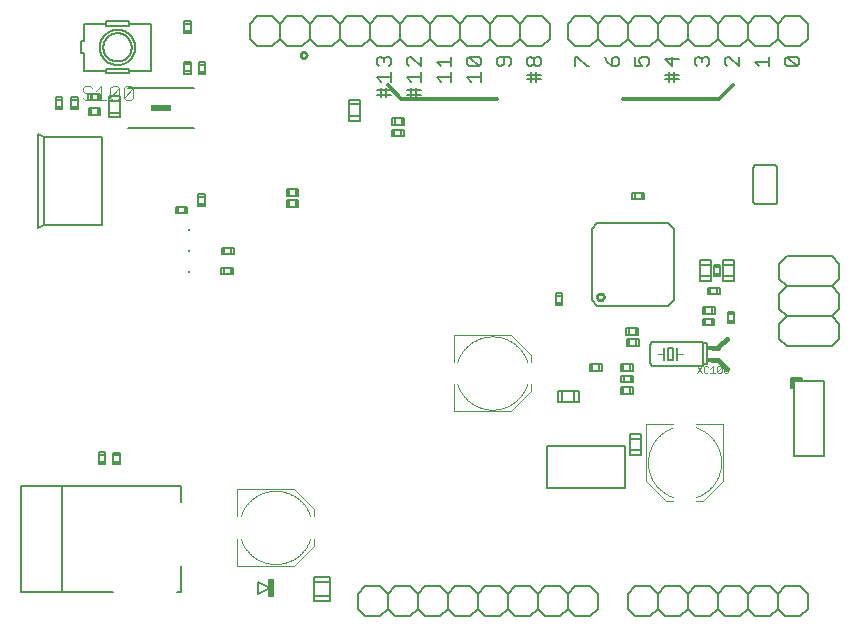
<source format=gto>
G75*
%MOIN*%
%OFA0B0*%
%FSLAX25Y25*%
%IPPOS*%
%LPD*%
%AMOC8*
5,1,8,0,0,1.08239X$1,22.5*
%
%ADD10C,0.01200*%
%ADD11C,0.01000*%
%ADD12C,0.00700*%
%ADD13C,0.00600*%
%ADD14C,0.00500*%
%ADD15C,0.00400*%
%ADD16C,0.00800*%
%ADD17C,0.01600*%
%ADD18C,0.00300*%
%ADD19R,0.02300X0.01600*%
%ADD20C,0.00200*%
%ADD21R,0.00787X0.00787*%
%ADD22R,0.07087X0.02362*%
%ADD23R,0.02400X0.06200*%
D10*
X0128260Y0181250D02*
X0123760Y0185750D01*
X0128260Y0181250D02*
X0160260Y0181250D01*
X0202260Y0181250D02*
X0234260Y0181250D01*
X0238760Y0185750D01*
D11*
X0193615Y0115123D02*
X0193617Y0115190D01*
X0193623Y0115256D01*
X0193633Y0115322D01*
X0193647Y0115387D01*
X0193664Y0115451D01*
X0193686Y0115514D01*
X0193711Y0115576D01*
X0193740Y0115636D01*
X0193773Y0115694D01*
X0193808Y0115750D01*
X0193848Y0115804D01*
X0193890Y0115855D01*
X0193935Y0115904D01*
X0193983Y0115950D01*
X0194034Y0115993D01*
X0194087Y0116033D01*
X0194143Y0116070D01*
X0194201Y0116103D01*
X0194260Y0116133D01*
X0194321Y0116159D01*
X0194384Y0116182D01*
X0194448Y0116200D01*
X0194513Y0116215D01*
X0194579Y0116226D01*
X0194645Y0116233D01*
X0194711Y0116236D01*
X0194778Y0116235D01*
X0194844Y0116230D01*
X0194910Y0116221D01*
X0194976Y0116208D01*
X0195040Y0116191D01*
X0195103Y0116171D01*
X0195165Y0116146D01*
X0195226Y0116118D01*
X0195285Y0116087D01*
X0195341Y0116052D01*
X0195396Y0116014D01*
X0195448Y0115972D01*
X0195497Y0115927D01*
X0195544Y0115880D01*
X0195588Y0115830D01*
X0195628Y0115777D01*
X0195666Y0115722D01*
X0195700Y0115665D01*
X0195731Y0115606D01*
X0195758Y0115545D01*
X0195781Y0115483D01*
X0195801Y0115419D01*
X0195817Y0115354D01*
X0195829Y0115289D01*
X0195837Y0115223D01*
X0195841Y0115156D01*
X0195841Y0115090D01*
X0195837Y0115023D01*
X0195829Y0114957D01*
X0195817Y0114892D01*
X0195801Y0114827D01*
X0195781Y0114763D01*
X0195758Y0114701D01*
X0195731Y0114640D01*
X0195700Y0114581D01*
X0195666Y0114524D01*
X0195628Y0114469D01*
X0195588Y0114416D01*
X0195544Y0114366D01*
X0195497Y0114319D01*
X0195448Y0114274D01*
X0195396Y0114232D01*
X0195341Y0114194D01*
X0195284Y0114159D01*
X0195226Y0114128D01*
X0195165Y0114100D01*
X0195103Y0114075D01*
X0195040Y0114055D01*
X0194976Y0114038D01*
X0194910Y0114025D01*
X0194844Y0114016D01*
X0194778Y0114011D01*
X0194711Y0114010D01*
X0194645Y0114013D01*
X0194579Y0114020D01*
X0194513Y0114031D01*
X0194448Y0114046D01*
X0194384Y0114064D01*
X0194321Y0114087D01*
X0194260Y0114113D01*
X0194201Y0114143D01*
X0194143Y0114176D01*
X0194087Y0114213D01*
X0194034Y0114253D01*
X0193983Y0114296D01*
X0193935Y0114342D01*
X0193890Y0114391D01*
X0193848Y0114442D01*
X0193808Y0114496D01*
X0193773Y0114552D01*
X0193740Y0114610D01*
X0193711Y0114670D01*
X0193686Y0114732D01*
X0193664Y0114795D01*
X0193647Y0114859D01*
X0193633Y0114924D01*
X0193623Y0114990D01*
X0193617Y0115056D01*
X0193615Y0115123D01*
X0094760Y0195750D02*
X0094762Y0195813D01*
X0094768Y0195875D01*
X0094778Y0195937D01*
X0094791Y0195999D01*
X0094809Y0196059D01*
X0094830Y0196118D01*
X0094855Y0196176D01*
X0094884Y0196232D01*
X0094916Y0196286D01*
X0094951Y0196338D01*
X0094989Y0196387D01*
X0095031Y0196435D01*
X0095075Y0196479D01*
X0095123Y0196521D01*
X0095172Y0196559D01*
X0095224Y0196594D01*
X0095278Y0196626D01*
X0095334Y0196655D01*
X0095392Y0196680D01*
X0095451Y0196701D01*
X0095511Y0196719D01*
X0095573Y0196732D01*
X0095635Y0196742D01*
X0095697Y0196748D01*
X0095760Y0196750D01*
X0095823Y0196748D01*
X0095885Y0196742D01*
X0095947Y0196732D01*
X0096009Y0196719D01*
X0096069Y0196701D01*
X0096128Y0196680D01*
X0096186Y0196655D01*
X0096242Y0196626D01*
X0096296Y0196594D01*
X0096348Y0196559D01*
X0096397Y0196521D01*
X0096445Y0196479D01*
X0096489Y0196435D01*
X0096531Y0196387D01*
X0096569Y0196338D01*
X0096604Y0196286D01*
X0096636Y0196232D01*
X0096665Y0196176D01*
X0096690Y0196118D01*
X0096711Y0196059D01*
X0096729Y0195999D01*
X0096742Y0195937D01*
X0096752Y0195875D01*
X0096758Y0195813D01*
X0096760Y0195750D01*
X0096758Y0195687D01*
X0096752Y0195625D01*
X0096742Y0195563D01*
X0096729Y0195501D01*
X0096711Y0195441D01*
X0096690Y0195382D01*
X0096665Y0195324D01*
X0096636Y0195268D01*
X0096604Y0195214D01*
X0096569Y0195162D01*
X0096531Y0195113D01*
X0096489Y0195065D01*
X0096445Y0195021D01*
X0096397Y0194979D01*
X0096348Y0194941D01*
X0096296Y0194906D01*
X0096242Y0194874D01*
X0096186Y0194845D01*
X0096128Y0194820D01*
X0096069Y0194799D01*
X0096009Y0194781D01*
X0095947Y0194768D01*
X0095885Y0194758D01*
X0095823Y0194752D01*
X0095760Y0194750D01*
X0095697Y0194752D01*
X0095635Y0194758D01*
X0095573Y0194768D01*
X0095511Y0194781D01*
X0095451Y0194799D01*
X0095392Y0194820D01*
X0095334Y0194845D01*
X0095278Y0194874D01*
X0095224Y0194906D01*
X0095172Y0194941D01*
X0095123Y0194979D01*
X0095075Y0195021D01*
X0095031Y0195065D01*
X0094989Y0195113D01*
X0094951Y0195162D01*
X0094916Y0195214D01*
X0094884Y0195268D01*
X0094855Y0195324D01*
X0094830Y0195382D01*
X0094809Y0195441D01*
X0094791Y0195501D01*
X0094778Y0195563D01*
X0094768Y0195625D01*
X0094762Y0195687D01*
X0094760Y0195750D01*
D12*
X0120106Y0194396D02*
X0120106Y0192761D01*
X0120923Y0191944D01*
X0122558Y0193578D02*
X0122558Y0194396D01*
X0123375Y0195213D01*
X0124192Y0195213D01*
X0125010Y0194396D01*
X0125010Y0192761D01*
X0124192Y0191944D01*
X0125010Y0190057D02*
X0125010Y0186787D01*
X0125010Y0188422D02*
X0120106Y0188422D01*
X0121740Y0186787D01*
X0121740Y0184900D02*
X0121740Y0184083D01*
X0121740Y0181631D01*
X0123375Y0181631D02*
X0123375Y0184900D01*
X0125010Y0184083D02*
X0120106Y0184083D01*
X0120106Y0182448D02*
X0125010Y0182448D01*
X0130106Y0182448D02*
X0135010Y0182448D01*
X0135010Y0184083D02*
X0130106Y0184083D01*
X0131740Y0184083D02*
X0131740Y0184900D01*
X0131740Y0184083D02*
X0131740Y0181631D01*
X0133375Y0181631D02*
X0133375Y0184900D01*
X0131740Y0186787D02*
X0130106Y0188422D01*
X0135010Y0188422D01*
X0135010Y0186787D02*
X0135010Y0190057D01*
X0135010Y0191944D02*
X0131740Y0195213D01*
X0130923Y0195213D01*
X0130106Y0194396D01*
X0130106Y0192761D01*
X0130923Y0191944D01*
X0135010Y0191944D02*
X0135010Y0195213D01*
X0140106Y0193578D02*
X0145010Y0193578D01*
X0145010Y0191944D02*
X0145010Y0195213D01*
X0141740Y0191944D02*
X0140106Y0193578D01*
X0140106Y0188422D02*
X0145010Y0188422D01*
X0145010Y0186787D02*
X0145010Y0190057D01*
X0141740Y0186787D02*
X0140106Y0188422D01*
X0150106Y0188422D02*
X0155010Y0188422D01*
X0155010Y0186787D02*
X0155010Y0190057D01*
X0154192Y0191944D02*
X0150923Y0195213D01*
X0154192Y0195213D01*
X0155010Y0194396D01*
X0155010Y0192761D01*
X0154192Y0191944D01*
X0150923Y0191944D01*
X0150106Y0192761D01*
X0150106Y0194396D01*
X0150923Y0195213D01*
X0150106Y0188422D02*
X0151740Y0186787D01*
X0160106Y0192761D02*
X0160923Y0191944D01*
X0161740Y0191944D01*
X0162558Y0192761D01*
X0162558Y0195213D01*
X0164192Y0195213D02*
X0160923Y0195213D01*
X0160106Y0194396D01*
X0160106Y0192761D01*
X0164192Y0191944D02*
X0165010Y0192761D01*
X0165010Y0194396D01*
X0164192Y0195213D01*
X0170106Y0194396D02*
X0170106Y0192761D01*
X0170923Y0191944D01*
X0171740Y0191944D01*
X0172558Y0192761D01*
X0172558Y0194396D01*
X0173375Y0195213D01*
X0174192Y0195213D01*
X0175010Y0194396D01*
X0175010Y0192761D01*
X0174192Y0191944D01*
X0173375Y0191944D01*
X0172558Y0192761D01*
X0172558Y0194396D02*
X0171740Y0195213D01*
X0170923Y0195213D01*
X0170106Y0194396D01*
X0171740Y0190057D02*
X0171740Y0189239D01*
X0171740Y0186787D01*
X0173375Y0186787D02*
X0173375Y0190057D01*
X0175010Y0189239D02*
X0170106Y0189239D01*
X0170106Y0187605D02*
X0175010Y0187605D01*
X0186106Y0191944D02*
X0186106Y0195213D01*
X0186923Y0195213D01*
X0190192Y0191944D01*
X0191010Y0191944D01*
X0196106Y0195213D02*
X0196923Y0193578D01*
X0198558Y0191944D01*
X0198558Y0194396D01*
X0199375Y0195213D01*
X0200192Y0195213D01*
X0201010Y0194396D01*
X0201010Y0192761D01*
X0200192Y0191944D01*
X0198558Y0191944D01*
X0206106Y0191944D02*
X0208558Y0191944D01*
X0207740Y0193578D01*
X0207740Y0194396D01*
X0208558Y0195213D01*
X0210192Y0195213D01*
X0211010Y0194396D01*
X0211010Y0192761D01*
X0210192Y0191944D01*
X0206106Y0191944D02*
X0206106Y0195213D01*
X0216106Y0194396D02*
X0218558Y0191944D01*
X0218558Y0195213D01*
X0221010Y0194396D02*
X0216106Y0194396D01*
X0217740Y0190057D02*
X0217740Y0189239D01*
X0217740Y0186787D01*
X0219375Y0186787D02*
X0219375Y0190057D01*
X0221010Y0189239D02*
X0216106Y0189239D01*
X0216106Y0187605D02*
X0221010Y0187605D01*
X0226106Y0192761D02*
X0226106Y0194396D01*
X0226923Y0195213D01*
X0227740Y0195213D01*
X0228558Y0194396D01*
X0229375Y0195213D01*
X0230192Y0195213D01*
X0231010Y0194396D01*
X0231010Y0192761D01*
X0230192Y0191944D01*
X0228558Y0193578D02*
X0228558Y0194396D01*
X0226923Y0191944D02*
X0226106Y0192761D01*
X0236106Y0192761D02*
X0236923Y0191944D01*
X0236106Y0192761D02*
X0236106Y0194396D01*
X0236923Y0195213D01*
X0237740Y0195213D01*
X0241010Y0191944D01*
X0241010Y0195213D01*
X0246106Y0193578D02*
X0251010Y0193578D01*
X0251010Y0191944D02*
X0251010Y0195213D01*
X0247740Y0191944D02*
X0246106Y0193578D01*
X0256106Y0192761D02*
X0256106Y0194396D01*
X0256923Y0195213D01*
X0260192Y0191944D01*
X0261010Y0192761D01*
X0261010Y0194396D01*
X0260192Y0195213D01*
X0256923Y0195213D01*
X0256106Y0192761D02*
X0256923Y0191944D01*
X0260192Y0191944D01*
X0122558Y0194396D02*
X0121740Y0195213D01*
X0120923Y0195213D01*
X0120106Y0194396D01*
D13*
X0120260Y0198750D02*
X0117760Y0201250D01*
X0115260Y0198750D01*
X0110260Y0198750D01*
X0107760Y0201250D01*
X0105260Y0198750D01*
X0100260Y0198750D01*
X0097760Y0201250D01*
X0097760Y0206250D01*
X0100260Y0208750D01*
X0105260Y0208750D01*
X0107760Y0206250D01*
X0110260Y0208750D01*
X0115260Y0208750D01*
X0117760Y0206250D01*
X0120260Y0208750D01*
X0125260Y0208750D01*
X0127760Y0206250D01*
X0130260Y0208750D01*
X0135260Y0208750D01*
X0137760Y0206250D01*
X0140260Y0208750D01*
X0145260Y0208750D01*
X0147760Y0206250D01*
X0150260Y0208750D01*
X0155260Y0208750D01*
X0157760Y0206250D01*
X0160260Y0208750D01*
X0165260Y0208750D01*
X0167760Y0206250D01*
X0170260Y0208750D01*
X0175260Y0208750D01*
X0177760Y0206250D01*
X0177760Y0201250D01*
X0175260Y0198750D01*
X0170260Y0198750D01*
X0167760Y0201250D01*
X0165260Y0198750D01*
X0160260Y0198750D01*
X0157760Y0201250D01*
X0157760Y0206250D01*
X0157760Y0201250D02*
X0155260Y0198750D01*
X0150260Y0198750D01*
X0147760Y0201250D01*
X0145260Y0198750D01*
X0140260Y0198750D01*
X0137760Y0201250D01*
X0135260Y0198750D01*
X0130260Y0198750D01*
X0127760Y0201250D01*
X0127760Y0206250D01*
X0127760Y0201250D02*
X0125260Y0198750D01*
X0120260Y0198750D01*
X0117760Y0201250D02*
X0117760Y0206250D01*
X0107760Y0206250D02*
X0107760Y0201250D01*
X0097760Y0201250D02*
X0095260Y0198750D01*
X0090260Y0198750D01*
X0087760Y0201250D01*
X0085260Y0198750D01*
X0080260Y0198750D01*
X0077760Y0201250D01*
X0077760Y0206250D01*
X0080260Y0208750D01*
X0085260Y0208750D01*
X0087760Y0206250D01*
X0090260Y0208750D01*
X0095260Y0208750D01*
X0097760Y0206250D01*
X0087760Y0206250D02*
X0087760Y0201250D01*
X0137760Y0201250D02*
X0137760Y0206250D01*
X0147760Y0206250D02*
X0147760Y0201250D01*
X0167760Y0201250D02*
X0167760Y0206250D01*
X0183760Y0206250D02*
X0183760Y0201250D01*
X0186260Y0198750D01*
X0191260Y0198750D01*
X0193760Y0201250D01*
X0193760Y0206250D01*
X0191260Y0208750D01*
X0186260Y0208750D01*
X0183760Y0206250D01*
X0193760Y0206250D02*
X0196260Y0208750D01*
X0201260Y0208750D01*
X0203760Y0206250D01*
X0206260Y0208750D01*
X0211260Y0208750D01*
X0213760Y0206250D01*
X0216260Y0208750D01*
X0221260Y0208750D01*
X0223760Y0206250D01*
X0226260Y0208750D01*
X0231260Y0208750D01*
X0233760Y0206250D01*
X0236260Y0208750D01*
X0241260Y0208750D01*
X0243760Y0206250D01*
X0246260Y0208750D01*
X0251260Y0208750D01*
X0253760Y0206250D01*
X0256260Y0208750D01*
X0261260Y0208750D01*
X0263760Y0206250D01*
X0263760Y0201250D01*
X0261260Y0198750D01*
X0256260Y0198750D01*
X0253760Y0201250D01*
X0251260Y0198750D01*
X0246260Y0198750D01*
X0243760Y0201250D01*
X0243760Y0206250D01*
X0243760Y0201250D02*
X0241260Y0198750D01*
X0236260Y0198750D01*
X0233760Y0201250D01*
X0231260Y0198750D01*
X0226260Y0198750D01*
X0223760Y0201250D01*
X0221260Y0198750D01*
X0216260Y0198750D01*
X0213760Y0201250D01*
X0213760Y0206250D01*
X0213760Y0201250D02*
X0211260Y0198750D01*
X0206260Y0198750D01*
X0203760Y0201250D01*
X0201260Y0198750D01*
X0196260Y0198750D01*
X0193760Y0201250D01*
X0203760Y0201250D02*
X0203760Y0206250D01*
X0223760Y0206250D02*
X0223760Y0201250D01*
X0233760Y0201250D02*
X0233760Y0206250D01*
X0253760Y0206250D02*
X0253760Y0201250D01*
X0252660Y0159150D02*
X0246660Y0159150D01*
X0246600Y0159148D01*
X0246539Y0159143D01*
X0246480Y0159134D01*
X0246421Y0159121D01*
X0246362Y0159105D01*
X0246305Y0159085D01*
X0246250Y0159062D01*
X0246195Y0159035D01*
X0246143Y0159006D01*
X0246092Y0158973D01*
X0246043Y0158937D01*
X0245997Y0158899D01*
X0245953Y0158857D01*
X0245911Y0158813D01*
X0245873Y0158767D01*
X0245837Y0158718D01*
X0245804Y0158667D01*
X0245775Y0158615D01*
X0245748Y0158560D01*
X0245725Y0158505D01*
X0245705Y0158448D01*
X0245689Y0158389D01*
X0245676Y0158330D01*
X0245667Y0158271D01*
X0245662Y0158210D01*
X0245660Y0158150D01*
X0245660Y0147150D01*
X0245662Y0147090D01*
X0245667Y0147029D01*
X0245676Y0146970D01*
X0245689Y0146911D01*
X0245705Y0146852D01*
X0245725Y0146795D01*
X0245748Y0146740D01*
X0245775Y0146685D01*
X0245804Y0146633D01*
X0245837Y0146582D01*
X0245873Y0146533D01*
X0245911Y0146487D01*
X0245953Y0146443D01*
X0245997Y0146401D01*
X0246043Y0146363D01*
X0246092Y0146327D01*
X0246143Y0146294D01*
X0246195Y0146265D01*
X0246250Y0146238D01*
X0246305Y0146215D01*
X0246362Y0146195D01*
X0246421Y0146179D01*
X0246480Y0146166D01*
X0246539Y0146157D01*
X0246600Y0146152D01*
X0246660Y0146150D01*
X0252660Y0146150D01*
X0252720Y0146152D01*
X0252781Y0146157D01*
X0252840Y0146166D01*
X0252899Y0146179D01*
X0252958Y0146195D01*
X0253015Y0146215D01*
X0253070Y0146238D01*
X0253125Y0146265D01*
X0253177Y0146294D01*
X0253228Y0146327D01*
X0253277Y0146363D01*
X0253323Y0146401D01*
X0253367Y0146443D01*
X0253409Y0146487D01*
X0253447Y0146533D01*
X0253483Y0146582D01*
X0253516Y0146633D01*
X0253545Y0146685D01*
X0253572Y0146740D01*
X0253595Y0146795D01*
X0253615Y0146852D01*
X0253631Y0146911D01*
X0253644Y0146970D01*
X0253653Y0147029D01*
X0253658Y0147090D01*
X0253660Y0147150D01*
X0253660Y0158150D01*
X0253658Y0158210D01*
X0253653Y0158271D01*
X0253644Y0158330D01*
X0253631Y0158389D01*
X0253615Y0158448D01*
X0253595Y0158505D01*
X0253572Y0158560D01*
X0253545Y0158615D01*
X0253516Y0158667D01*
X0253483Y0158718D01*
X0253447Y0158767D01*
X0253409Y0158813D01*
X0253367Y0158857D01*
X0253323Y0158899D01*
X0253277Y0158937D01*
X0253228Y0158973D01*
X0253177Y0159006D01*
X0253125Y0159035D01*
X0253070Y0159062D01*
X0253015Y0159085D01*
X0252958Y0159105D01*
X0252899Y0159121D01*
X0252840Y0159134D01*
X0252781Y0159143D01*
X0252720Y0159148D01*
X0252660Y0159150D01*
X0256760Y0128750D02*
X0271760Y0128750D01*
X0274260Y0126250D01*
X0274260Y0121250D01*
X0271760Y0118750D01*
X0256760Y0118750D01*
X0254260Y0116250D01*
X0254260Y0111250D01*
X0256760Y0108750D01*
X0254260Y0106250D01*
X0254260Y0101250D01*
X0256760Y0098750D01*
X0271760Y0098750D01*
X0274260Y0101250D01*
X0274260Y0106250D01*
X0271760Y0108750D01*
X0256760Y0108750D01*
X0256760Y0118750D02*
X0254260Y0121250D01*
X0254260Y0126250D01*
X0256760Y0128750D01*
X0271760Y0118750D02*
X0274260Y0116250D01*
X0274260Y0111250D01*
X0271760Y0108750D01*
X0261260Y0018750D02*
X0256260Y0018750D01*
X0253760Y0016250D01*
X0253760Y0011250D01*
X0251260Y0008750D01*
X0246260Y0008750D01*
X0243760Y0011250D01*
X0241260Y0008750D01*
X0236260Y0008750D01*
X0233760Y0011250D01*
X0231260Y0008750D01*
X0226260Y0008750D01*
X0223760Y0011250D01*
X0221260Y0008750D01*
X0216260Y0008750D01*
X0213760Y0011250D01*
X0211260Y0008750D01*
X0206260Y0008750D01*
X0203760Y0011250D01*
X0203760Y0016250D01*
X0206260Y0018750D01*
X0211260Y0018750D01*
X0213760Y0016250D01*
X0216260Y0018750D01*
X0221260Y0018750D01*
X0223760Y0016250D01*
X0223760Y0011250D01*
X0223760Y0016250D02*
X0226260Y0018750D01*
X0231260Y0018750D01*
X0233760Y0016250D01*
X0236260Y0018750D01*
X0241260Y0018750D01*
X0243760Y0016250D01*
X0246260Y0018750D01*
X0251260Y0018750D01*
X0253760Y0016250D01*
X0253760Y0011250D02*
X0256260Y0008750D01*
X0261260Y0008750D01*
X0263760Y0011250D01*
X0263760Y0016250D01*
X0261260Y0018750D01*
X0243760Y0016250D02*
X0243760Y0011250D01*
X0233760Y0011250D02*
X0233760Y0016250D01*
X0213760Y0016250D02*
X0213760Y0011250D01*
X0193760Y0011250D02*
X0191260Y0008750D01*
X0186260Y0008750D01*
X0183760Y0011250D01*
X0181260Y0008750D01*
X0176260Y0008750D01*
X0173760Y0011250D01*
X0171260Y0008750D01*
X0166260Y0008750D01*
X0163760Y0011250D01*
X0161260Y0008750D01*
X0156260Y0008750D01*
X0153760Y0011250D01*
X0151260Y0008750D01*
X0146260Y0008750D01*
X0143760Y0011250D01*
X0141260Y0008750D01*
X0136260Y0008750D01*
X0133760Y0011250D01*
X0131260Y0008750D01*
X0126260Y0008750D01*
X0123760Y0011250D01*
X0121260Y0008750D01*
X0116260Y0008750D01*
X0113760Y0011250D01*
X0113760Y0016250D01*
X0116260Y0018750D01*
X0121260Y0018750D01*
X0123760Y0016250D01*
X0126260Y0018750D01*
X0131260Y0018750D01*
X0133760Y0016250D01*
X0133760Y0011250D01*
X0133760Y0016250D02*
X0136260Y0018750D01*
X0141260Y0018750D01*
X0143760Y0016250D01*
X0146260Y0018750D01*
X0151260Y0018750D01*
X0153760Y0016250D01*
X0156260Y0018750D01*
X0161260Y0018750D01*
X0163760Y0016250D01*
X0163760Y0011250D01*
X0163760Y0016250D02*
X0166260Y0018750D01*
X0171260Y0018750D01*
X0173760Y0016250D01*
X0176260Y0018750D01*
X0181260Y0018750D01*
X0183760Y0016250D01*
X0186260Y0018750D01*
X0191260Y0018750D01*
X0193760Y0016250D01*
X0193760Y0011250D01*
X0183760Y0011250D02*
X0183760Y0016250D01*
X0173760Y0016250D02*
X0173760Y0011250D01*
X0153760Y0011250D02*
X0153760Y0016250D01*
X0143760Y0016250D02*
X0143760Y0011250D01*
X0123760Y0011250D02*
X0123760Y0016250D01*
D14*
X0032260Y0016750D02*
X0001660Y0016750D01*
X0001660Y0052150D01*
X0015360Y0052150D01*
X0015360Y0016850D01*
X0053510Y0016750D02*
X0054760Y0016750D01*
X0054760Y0025500D01*
X0054760Y0046750D02*
X0054760Y0052150D01*
X0015360Y0052150D01*
X0027477Y0059381D02*
X0027477Y0060169D01*
X0029643Y0060169D01*
X0029643Y0062531D01*
X0027477Y0062531D01*
X0027477Y0063319D01*
X0029643Y0063319D01*
X0029643Y0062531D01*
X0027477Y0062531D02*
X0027477Y0060169D01*
X0027477Y0059381D02*
X0029643Y0059381D01*
X0029643Y0060169D01*
X0032277Y0060069D02*
X0032277Y0062431D01*
X0034443Y0062431D01*
X0034443Y0060069D01*
X0032277Y0060069D01*
X0032277Y0059281D01*
X0034443Y0059281D01*
X0034443Y0060069D01*
X0034443Y0062431D02*
X0034443Y0063219D01*
X0032277Y0063219D01*
X0032277Y0062431D01*
X0099287Y0021754D02*
X0099287Y0020179D01*
X0104602Y0020179D01*
X0104602Y0021754D01*
X0099287Y0021754D01*
X0099287Y0020179D02*
X0099287Y0015455D01*
X0104602Y0015455D01*
X0104602Y0020179D01*
X0104602Y0015455D02*
X0104602Y0013880D01*
X0099287Y0013880D01*
X0099287Y0015455D01*
X0177013Y0051422D02*
X0202817Y0051422D01*
X0202817Y0065422D01*
X0177013Y0065422D01*
X0177013Y0051422D01*
X0204539Y0062360D02*
X0208083Y0062360D01*
X0208083Y0063935D01*
X0204539Y0063935D01*
X0204539Y0062360D01*
X0204539Y0063935D02*
X0204539Y0067872D01*
X0208083Y0067872D01*
X0208083Y0063935D01*
X0208083Y0067872D02*
X0208083Y0069447D01*
X0204539Y0069447D01*
X0204539Y0067872D01*
X0187547Y0080256D02*
X0187547Y0083800D01*
X0185972Y0083800D01*
X0185972Y0080256D01*
X0187547Y0080256D01*
X0185972Y0080256D02*
X0182035Y0080256D01*
X0182035Y0083800D01*
X0185972Y0083800D01*
X0182035Y0083800D02*
X0180461Y0083800D01*
X0180461Y0080256D01*
X0182035Y0080256D01*
X0191191Y0090444D02*
X0191979Y0090444D01*
X0191979Y0092609D01*
X0194341Y0092609D01*
X0194341Y0090444D01*
X0195128Y0090444D01*
X0195128Y0092609D01*
X0194341Y0092609D01*
X0194341Y0090444D02*
X0191979Y0090444D01*
X0191191Y0090444D02*
X0191191Y0092609D01*
X0191979Y0092609D01*
X0201591Y0092609D02*
X0201591Y0090444D01*
X0202379Y0090444D01*
X0202379Y0092609D01*
X0201591Y0092609D01*
X0202379Y0092609D02*
X0204741Y0092609D01*
X0204741Y0090444D01*
X0202379Y0090444D01*
X0202476Y0088814D02*
X0202476Y0086648D01*
X0201688Y0086648D01*
X0201688Y0088814D01*
X0202476Y0088814D01*
X0204838Y0088814D01*
X0204838Y0086648D01*
X0202476Y0086648D01*
X0202379Y0085017D02*
X0201591Y0085017D01*
X0201591Y0082852D01*
X0202379Y0082852D01*
X0202379Y0085017D01*
X0204741Y0085017D01*
X0204741Y0082852D01*
X0205528Y0082852D01*
X0205528Y0085017D01*
X0204741Y0085017D01*
X0204838Y0086648D02*
X0205625Y0086648D01*
X0205625Y0088814D01*
X0204838Y0088814D01*
X0204741Y0090444D02*
X0205528Y0090444D01*
X0205528Y0092609D01*
X0204741Y0092609D01*
X0204268Y0098833D02*
X0204268Y0100998D01*
X0203480Y0100998D01*
X0203480Y0098833D01*
X0204268Y0098833D01*
X0206630Y0098833D01*
X0206630Y0100998D01*
X0204268Y0100998D01*
X0204168Y0102542D02*
X0204168Y0104707D01*
X0203380Y0104707D01*
X0203380Y0102542D01*
X0204168Y0102542D01*
X0206530Y0102542D01*
X0206530Y0104707D01*
X0204168Y0104707D01*
X0206530Y0104707D02*
X0207317Y0104707D01*
X0207317Y0102542D01*
X0206530Y0102542D01*
X0206630Y0100998D02*
X0207417Y0100998D01*
X0207417Y0098833D01*
X0206630Y0098833D01*
X0211376Y0099207D02*
X0211376Y0093207D01*
X0211378Y0093147D01*
X0211383Y0093086D01*
X0211392Y0093027D01*
X0211405Y0092968D01*
X0211421Y0092909D01*
X0211441Y0092852D01*
X0211464Y0092797D01*
X0211491Y0092742D01*
X0211520Y0092690D01*
X0211553Y0092639D01*
X0211589Y0092590D01*
X0211627Y0092544D01*
X0211669Y0092500D01*
X0211713Y0092458D01*
X0211759Y0092420D01*
X0211808Y0092384D01*
X0211859Y0092351D01*
X0211911Y0092322D01*
X0211966Y0092295D01*
X0212021Y0092272D01*
X0212078Y0092252D01*
X0212137Y0092236D01*
X0212196Y0092223D01*
X0212255Y0092214D01*
X0212316Y0092209D01*
X0212376Y0092207D01*
X0228876Y0092207D01*
X0228876Y0092707D01*
X0228876Y0099707D01*
X0228876Y0100207D01*
X0212376Y0100207D01*
X0212316Y0100205D01*
X0212255Y0100200D01*
X0212196Y0100191D01*
X0212137Y0100178D01*
X0212078Y0100162D01*
X0212021Y0100142D01*
X0211966Y0100119D01*
X0211911Y0100092D01*
X0211859Y0100063D01*
X0211808Y0100030D01*
X0211759Y0099994D01*
X0211713Y0099956D01*
X0211669Y0099914D01*
X0211627Y0099870D01*
X0211589Y0099824D01*
X0211553Y0099775D01*
X0211520Y0099724D01*
X0211491Y0099672D01*
X0211464Y0099617D01*
X0211441Y0099562D01*
X0211421Y0099505D01*
X0211405Y0099446D01*
X0211392Y0099387D01*
X0211383Y0099328D01*
X0211378Y0099267D01*
X0211376Y0099207D01*
X0215876Y0098207D02*
X0215876Y0096207D01*
X0215876Y0094207D01*
X0217376Y0094207D02*
X0217376Y0098207D01*
X0218876Y0098207D01*
X0218876Y0094207D01*
X0217376Y0094207D01*
X0220376Y0094207D02*
X0220376Y0096207D01*
X0220376Y0098207D01*
X0228876Y0099707D02*
X0230376Y0099707D01*
X0230376Y0092707D01*
X0228876Y0092707D01*
X0228791Y0105675D02*
X0229579Y0105675D01*
X0229579Y0107841D01*
X0231941Y0107841D01*
X0231941Y0105675D01*
X0232728Y0105675D01*
X0232728Y0107841D01*
X0231941Y0107841D01*
X0232041Y0109475D02*
X0232041Y0111641D01*
X0232828Y0111641D01*
X0232828Y0109475D01*
X0232041Y0109475D01*
X0229679Y0109475D01*
X0229679Y0111641D01*
X0232041Y0111641D01*
X0229679Y0111641D02*
X0228891Y0111641D01*
X0228891Y0109475D01*
X0229679Y0109475D01*
X0229579Y0107841D02*
X0228791Y0107841D01*
X0228791Y0105675D01*
X0229579Y0105675D02*
X0231941Y0105675D01*
X0237177Y0106281D02*
X0237177Y0107069D01*
X0239343Y0107069D01*
X0239343Y0106281D01*
X0237177Y0106281D01*
X0237177Y0107069D02*
X0237177Y0109431D01*
X0239343Y0109431D01*
X0239343Y0107069D01*
X0239343Y0109431D02*
X0239343Y0110219D01*
X0237177Y0110219D01*
X0237177Y0109431D01*
X0234428Y0116070D02*
X0233641Y0116070D01*
X0233641Y0118236D01*
X0234428Y0118236D01*
X0234428Y0116070D01*
X0233641Y0116070D02*
X0231279Y0116070D01*
X0231279Y0118236D01*
X0233641Y0118236D01*
X0231279Y0118236D02*
X0230491Y0118236D01*
X0230491Y0116070D01*
X0231279Y0116070D01*
X0231431Y0120413D02*
X0227888Y0120413D01*
X0227888Y0121988D01*
X0231431Y0121988D01*
X0231431Y0120413D01*
X0231431Y0121988D02*
X0231431Y0125925D01*
X0227888Y0125925D01*
X0227888Y0121988D01*
X0232477Y0121988D02*
X0232477Y0122775D01*
X0234643Y0122775D01*
X0234643Y0121988D01*
X0232477Y0121988D01*
X0232477Y0122775D02*
X0232477Y0125137D01*
X0234643Y0125137D01*
X0234643Y0122775D01*
X0235588Y0121988D02*
X0239131Y0121988D01*
X0239131Y0120413D01*
X0235588Y0120413D01*
X0235588Y0121988D01*
X0235588Y0125925D01*
X0239131Y0125925D01*
X0239131Y0121988D01*
X0239131Y0125925D02*
X0239131Y0127500D01*
X0235588Y0127500D01*
X0235588Y0125925D01*
X0234643Y0125925D02*
X0234643Y0125137D01*
X0234643Y0125925D02*
X0232477Y0125925D01*
X0232477Y0125137D01*
X0231431Y0125925D02*
X0231431Y0127500D01*
X0227888Y0127500D01*
X0227888Y0125925D01*
X0209328Y0147758D02*
X0208541Y0147758D01*
X0208541Y0149923D01*
X0209328Y0149923D01*
X0209328Y0147758D01*
X0208541Y0147758D02*
X0206179Y0147758D01*
X0206179Y0149923D01*
X0208541Y0149923D01*
X0206179Y0149923D02*
X0205391Y0149923D01*
X0205391Y0147758D01*
X0206179Y0147758D01*
X0182032Y0116283D02*
X0182032Y0115496D01*
X0179867Y0115496D01*
X0179867Y0116283D01*
X0182032Y0116283D01*
X0182032Y0115496D02*
X0182032Y0113133D01*
X0179867Y0113133D01*
X0179867Y0115496D01*
X0179867Y0113133D02*
X0179867Y0112346D01*
X0182032Y0112346D01*
X0182032Y0113133D01*
X0202379Y0082852D02*
X0204741Y0082852D01*
X0258260Y0084616D02*
X0258760Y0084616D01*
X0258760Y0087616D01*
X0261760Y0087616D01*
X0261760Y0088116D01*
X0258260Y0088116D01*
X0258260Y0084616D01*
X0258760Y0084616D02*
X0259260Y0084616D01*
X0259260Y0087116D01*
X0261760Y0087116D01*
X0261760Y0087616D01*
X0261760Y0087116D02*
X0269260Y0087116D01*
X0269260Y0062116D01*
X0259260Y0062116D01*
X0259260Y0084616D01*
X0129128Y0168667D02*
X0128341Y0168667D01*
X0128341Y0170833D01*
X0129128Y0170833D01*
X0129128Y0168667D01*
X0128341Y0168667D02*
X0125979Y0168667D01*
X0125979Y0170833D01*
X0128341Y0170833D01*
X0128441Y0172467D02*
X0126079Y0172467D01*
X0126079Y0174633D01*
X0128441Y0174633D01*
X0128441Y0172467D01*
X0129228Y0172467D01*
X0129228Y0174633D01*
X0128441Y0174633D01*
X0126079Y0174633D02*
X0125291Y0174633D01*
X0125291Y0172467D01*
X0126079Y0172467D01*
X0125979Y0170833D02*
X0125191Y0170833D01*
X0125191Y0168667D01*
X0125979Y0168667D01*
X0114531Y0173829D02*
X0110988Y0173829D01*
X0110988Y0175404D01*
X0114531Y0175404D01*
X0114531Y0173829D01*
X0114531Y0175404D02*
X0114531Y0179341D01*
X0110988Y0179341D01*
X0110988Y0175404D01*
X0110988Y0179341D02*
X0110988Y0180915D01*
X0114531Y0180915D01*
X0114531Y0179341D01*
X0094028Y0151033D02*
X0093241Y0151033D01*
X0093241Y0148867D01*
X0090879Y0148867D01*
X0090879Y0151033D01*
X0090091Y0151033D01*
X0090091Y0148867D01*
X0090879Y0148867D01*
X0090879Y0147333D02*
X0090879Y0145167D01*
X0093241Y0145167D01*
X0093241Y0147333D01*
X0094028Y0147333D01*
X0094028Y0145167D01*
X0093241Y0145167D01*
X0093241Y0147333D02*
X0090879Y0147333D01*
X0090091Y0147333D01*
X0090091Y0145167D01*
X0090879Y0145167D01*
X0093241Y0148867D02*
X0094028Y0148867D01*
X0094028Y0151033D01*
X0093241Y0151033D02*
X0090879Y0151033D01*
X0072428Y0131533D02*
X0071641Y0131533D01*
X0071641Y0129367D01*
X0069279Y0129367D01*
X0069279Y0131533D01*
X0068491Y0131533D01*
X0068491Y0129367D01*
X0069279Y0129367D01*
X0069279Y0131533D02*
X0071641Y0131533D01*
X0072428Y0131533D02*
X0072428Y0129367D01*
X0071641Y0129367D01*
X0071527Y0124830D02*
X0069164Y0124830D01*
X0069164Y0122665D01*
X0068377Y0122665D01*
X0068377Y0124830D01*
X0069164Y0124830D01*
X0069164Y0122665D02*
X0071527Y0122665D01*
X0071527Y0124830D01*
X0072314Y0124830D01*
X0072314Y0122665D01*
X0071527Y0122665D01*
X0057028Y0143067D02*
X0056241Y0143067D01*
X0056241Y0145233D01*
X0053879Y0145233D01*
X0053879Y0143067D01*
X0053091Y0143067D01*
X0053091Y0145233D01*
X0053879Y0145233D01*
X0053879Y0143067D02*
X0056241Y0143067D01*
X0057028Y0143067D02*
X0057028Y0145233D01*
X0056241Y0145233D01*
X0060677Y0145381D02*
X0060677Y0146169D01*
X0062843Y0146169D01*
X0062843Y0145381D01*
X0060677Y0145381D01*
X0060677Y0146169D02*
X0060677Y0148531D01*
X0062843Y0148531D01*
X0062843Y0146169D01*
X0062843Y0148531D02*
X0062843Y0149319D01*
X0060677Y0149319D01*
X0060677Y0148531D01*
X0059199Y0171391D02*
X0037149Y0171391D01*
X0034431Y0175007D02*
X0030888Y0175007D01*
X0030888Y0176581D01*
X0034431Y0176581D01*
X0034431Y0180519D01*
X0030888Y0180519D01*
X0030888Y0182093D01*
X0034431Y0182093D01*
X0034431Y0180519D01*
X0030888Y0180519D02*
X0030888Y0176581D01*
X0034431Y0176581D02*
X0034431Y0175007D01*
X0028028Y0175767D02*
X0027241Y0175767D01*
X0027241Y0177933D01*
X0028028Y0177933D01*
X0028028Y0175767D01*
X0027241Y0175767D02*
X0024879Y0175767D01*
X0024879Y0177933D01*
X0027241Y0177933D01*
X0024879Y0177933D02*
X0024091Y0177933D01*
X0024091Y0175767D01*
X0024879Y0175767D01*
X0020543Y0177781D02*
X0020543Y0178569D01*
X0018377Y0178569D01*
X0018377Y0177781D01*
X0020543Y0177781D01*
X0020543Y0178569D02*
X0020543Y0180931D01*
X0018377Y0180931D01*
X0018377Y0178569D01*
X0018377Y0180931D02*
X0018377Y0181719D01*
X0020543Y0181719D01*
X0020543Y0180931D01*
X0023991Y0180667D02*
X0023991Y0182833D01*
X0024779Y0182833D01*
X0024779Y0180667D01*
X0027141Y0180667D01*
X0027141Y0182833D01*
X0027928Y0182833D01*
X0027928Y0180667D01*
X0027141Y0180667D01*
X0027141Y0182833D02*
X0024779Y0182833D01*
X0024779Y0180667D02*
X0023991Y0180667D01*
X0015292Y0180896D02*
X0015292Y0178534D01*
X0013127Y0178534D01*
X0013127Y0177747D01*
X0015292Y0177747D01*
X0015292Y0178534D01*
X0013127Y0178534D02*
X0013127Y0180896D01*
X0015292Y0180896D01*
X0015292Y0181684D01*
X0013127Y0181684D01*
X0013127Y0180896D01*
X0007280Y0169498D02*
X0009248Y0168514D01*
X0009248Y0138986D01*
X0007280Y0138002D01*
X0007280Y0169498D01*
X0009248Y0168514D02*
X0028539Y0168514D01*
X0028539Y0138986D01*
X0009248Y0138986D01*
X0037149Y0184866D02*
X0059199Y0184866D01*
X0058243Y0189481D02*
X0056077Y0189481D01*
X0056077Y0190269D01*
X0058243Y0190269D01*
X0058243Y0192631D01*
X0056077Y0192631D01*
X0056077Y0193419D01*
X0058243Y0193419D01*
X0058243Y0192631D01*
X0056077Y0192631D02*
X0056077Y0190269D01*
X0058243Y0190269D02*
X0058243Y0189481D01*
X0060877Y0189381D02*
X0060877Y0190169D01*
X0063043Y0190169D01*
X0063043Y0189381D01*
X0060877Y0189381D01*
X0060877Y0190169D02*
X0060877Y0192531D01*
X0063043Y0192531D01*
X0063043Y0190169D01*
X0063043Y0192531D02*
X0063043Y0193319D01*
X0060877Y0193319D01*
X0060877Y0192531D01*
X0058243Y0203081D02*
X0056077Y0203081D01*
X0056077Y0203869D01*
X0058243Y0203869D01*
X0058243Y0206231D01*
X0056077Y0206231D01*
X0056077Y0207019D01*
X0058243Y0207019D01*
X0058243Y0206231D01*
X0056077Y0206231D02*
X0056077Y0203869D01*
X0058243Y0203869D02*
X0058243Y0203081D01*
X0044957Y0206203D02*
X0037673Y0206203D01*
X0037673Y0206990D01*
X0029799Y0206990D01*
X0029799Y0206203D01*
X0022516Y0206203D01*
X0022516Y0200297D01*
X0021531Y0200297D01*
X0021531Y0196360D01*
X0022516Y0196360D01*
X0022516Y0190455D01*
X0029799Y0190455D01*
X0029799Y0189667D01*
X0037673Y0189667D01*
X0037673Y0190455D01*
X0044957Y0190455D01*
X0044957Y0206203D01*
X0037673Y0206203D02*
X0037673Y0205415D01*
X0029799Y0205415D01*
X0029799Y0206203D01*
X0029012Y0198329D02*
X0029014Y0198466D01*
X0029020Y0198604D01*
X0029030Y0198741D01*
X0029044Y0198877D01*
X0029062Y0199014D01*
X0029084Y0199149D01*
X0029110Y0199284D01*
X0029139Y0199418D01*
X0029173Y0199552D01*
X0029210Y0199684D01*
X0029252Y0199815D01*
X0029297Y0199945D01*
X0029346Y0200073D01*
X0029398Y0200200D01*
X0029455Y0200325D01*
X0029514Y0200449D01*
X0029578Y0200571D01*
X0029645Y0200691D01*
X0029715Y0200809D01*
X0029789Y0200925D01*
X0029866Y0201039D01*
X0029947Y0201150D01*
X0030030Y0201259D01*
X0030117Y0201366D01*
X0030207Y0201469D01*
X0030300Y0201571D01*
X0030396Y0201669D01*
X0030494Y0201765D01*
X0030596Y0201858D01*
X0030699Y0201948D01*
X0030806Y0202035D01*
X0030915Y0202118D01*
X0031026Y0202199D01*
X0031140Y0202276D01*
X0031256Y0202350D01*
X0031374Y0202420D01*
X0031494Y0202487D01*
X0031616Y0202551D01*
X0031740Y0202610D01*
X0031865Y0202667D01*
X0031992Y0202719D01*
X0032120Y0202768D01*
X0032250Y0202813D01*
X0032381Y0202855D01*
X0032513Y0202892D01*
X0032647Y0202926D01*
X0032781Y0202955D01*
X0032916Y0202981D01*
X0033051Y0203003D01*
X0033188Y0203021D01*
X0033324Y0203035D01*
X0033461Y0203045D01*
X0033599Y0203051D01*
X0033736Y0203053D01*
X0033873Y0203051D01*
X0034011Y0203045D01*
X0034148Y0203035D01*
X0034284Y0203021D01*
X0034421Y0203003D01*
X0034556Y0202981D01*
X0034691Y0202955D01*
X0034825Y0202926D01*
X0034959Y0202892D01*
X0035091Y0202855D01*
X0035222Y0202813D01*
X0035352Y0202768D01*
X0035480Y0202719D01*
X0035607Y0202667D01*
X0035732Y0202610D01*
X0035856Y0202551D01*
X0035978Y0202487D01*
X0036098Y0202420D01*
X0036216Y0202350D01*
X0036332Y0202276D01*
X0036446Y0202199D01*
X0036557Y0202118D01*
X0036666Y0202035D01*
X0036773Y0201948D01*
X0036876Y0201858D01*
X0036978Y0201765D01*
X0037076Y0201669D01*
X0037172Y0201571D01*
X0037265Y0201469D01*
X0037355Y0201366D01*
X0037442Y0201259D01*
X0037525Y0201150D01*
X0037606Y0201039D01*
X0037683Y0200925D01*
X0037757Y0200809D01*
X0037827Y0200691D01*
X0037894Y0200571D01*
X0037958Y0200449D01*
X0038017Y0200325D01*
X0038074Y0200200D01*
X0038126Y0200073D01*
X0038175Y0199945D01*
X0038220Y0199815D01*
X0038262Y0199684D01*
X0038299Y0199552D01*
X0038333Y0199418D01*
X0038362Y0199284D01*
X0038388Y0199149D01*
X0038410Y0199014D01*
X0038428Y0198877D01*
X0038442Y0198741D01*
X0038452Y0198604D01*
X0038458Y0198466D01*
X0038460Y0198329D01*
X0038458Y0198192D01*
X0038452Y0198054D01*
X0038442Y0197917D01*
X0038428Y0197781D01*
X0038410Y0197644D01*
X0038388Y0197509D01*
X0038362Y0197374D01*
X0038333Y0197240D01*
X0038299Y0197106D01*
X0038262Y0196974D01*
X0038220Y0196843D01*
X0038175Y0196713D01*
X0038126Y0196585D01*
X0038074Y0196458D01*
X0038017Y0196333D01*
X0037958Y0196209D01*
X0037894Y0196087D01*
X0037827Y0195967D01*
X0037757Y0195849D01*
X0037683Y0195733D01*
X0037606Y0195619D01*
X0037525Y0195508D01*
X0037442Y0195399D01*
X0037355Y0195292D01*
X0037265Y0195189D01*
X0037172Y0195087D01*
X0037076Y0194989D01*
X0036978Y0194893D01*
X0036876Y0194800D01*
X0036773Y0194710D01*
X0036666Y0194623D01*
X0036557Y0194540D01*
X0036446Y0194459D01*
X0036332Y0194382D01*
X0036216Y0194308D01*
X0036098Y0194238D01*
X0035978Y0194171D01*
X0035856Y0194107D01*
X0035732Y0194048D01*
X0035607Y0193991D01*
X0035480Y0193939D01*
X0035352Y0193890D01*
X0035222Y0193845D01*
X0035091Y0193803D01*
X0034959Y0193766D01*
X0034825Y0193732D01*
X0034691Y0193703D01*
X0034556Y0193677D01*
X0034421Y0193655D01*
X0034284Y0193637D01*
X0034148Y0193623D01*
X0034011Y0193613D01*
X0033873Y0193607D01*
X0033736Y0193605D01*
X0033599Y0193607D01*
X0033461Y0193613D01*
X0033324Y0193623D01*
X0033188Y0193637D01*
X0033051Y0193655D01*
X0032916Y0193677D01*
X0032781Y0193703D01*
X0032647Y0193732D01*
X0032513Y0193766D01*
X0032381Y0193803D01*
X0032250Y0193845D01*
X0032120Y0193890D01*
X0031992Y0193939D01*
X0031865Y0193991D01*
X0031740Y0194048D01*
X0031616Y0194107D01*
X0031494Y0194171D01*
X0031374Y0194238D01*
X0031256Y0194308D01*
X0031140Y0194382D01*
X0031026Y0194459D01*
X0030915Y0194540D01*
X0030806Y0194623D01*
X0030699Y0194710D01*
X0030596Y0194800D01*
X0030494Y0194893D01*
X0030396Y0194989D01*
X0030300Y0195087D01*
X0030207Y0195189D01*
X0030117Y0195292D01*
X0030030Y0195399D01*
X0029947Y0195508D01*
X0029866Y0195619D01*
X0029789Y0195733D01*
X0029715Y0195849D01*
X0029645Y0195967D01*
X0029578Y0196087D01*
X0029514Y0196209D01*
X0029455Y0196333D01*
X0029398Y0196458D01*
X0029346Y0196585D01*
X0029297Y0196713D01*
X0029252Y0196843D01*
X0029210Y0196974D01*
X0029173Y0197106D01*
X0029139Y0197240D01*
X0029110Y0197374D01*
X0029084Y0197509D01*
X0029062Y0197644D01*
X0029044Y0197781D01*
X0029030Y0197917D01*
X0029020Y0198054D01*
X0029014Y0198192D01*
X0029012Y0198329D01*
X0027830Y0198329D02*
X0027832Y0198482D01*
X0027838Y0198636D01*
X0027848Y0198789D01*
X0027862Y0198941D01*
X0027880Y0199094D01*
X0027902Y0199245D01*
X0027927Y0199396D01*
X0027957Y0199547D01*
X0027991Y0199697D01*
X0028028Y0199845D01*
X0028069Y0199993D01*
X0028114Y0200139D01*
X0028163Y0200285D01*
X0028216Y0200429D01*
X0028272Y0200571D01*
X0028332Y0200712D01*
X0028396Y0200852D01*
X0028463Y0200990D01*
X0028534Y0201126D01*
X0028609Y0201260D01*
X0028686Y0201392D01*
X0028768Y0201522D01*
X0028852Y0201650D01*
X0028940Y0201776D01*
X0029031Y0201899D01*
X0029125Y0202020D01*
X0029223Y0202138D01*
X0029323Y0202254D01*
X0029427Y0202367D01*
X0029533Y0202478D01*
X0029642Y0202586D01*
X0029754Y0202691D01*
X0029868Y0202792D01*
X0029986Y0202891D01*
X0030105Y0202987D01*
X0030227Y0203080D01*
X0030352Y0203169D01*
X0030479Y0203256D01*
X0030608Y0203338D01*
X0030739Y0203418D01*
X0030872Y0203494D01*
X0031007Y0203567D01*
X0031144Y0203636D01*
X0031283Y0203701D01*
X0031423Y0203763D01*
X0031565Y0203821D01*
X0031708Y0203876D01*
X0031853Y0203927D01*
X0031999Y0203974D01*
X0032146Y0204017D01*
X0032294Y0204056D01*
X0032443Y0204092D01*
X0032593Y0204123D01*
X0032744Y0204151D01*
X0032895Y0204175D01*
X0033048Y0204195D01*
X0033200Y0204211D01*
X0033353Y0204223D01*
X0033506Y0204231D01*
X0033659Y0204235D01*
X0033813Y0204235D01*
X0033966Y0204231D01*
X0034119Y0204223D01*
X0034272Y0204211D01*
X0034424Y0204195D01*
X0034577Y0204175D01*
X0034728Y0204151D01*
X0034879Y0204123D01*
X0035029Y0204092D01*
X0035178Y0204056D01*
X0035326Y0204017D01*
X0035473Y0203974D01*
X0035619Y0203927D01*
X0035764Y0203876D01*
X0035907Y0203821D01*
X0036049Y0203763D01*
X0036189Y0203701D01*
X0036328Y0203636D01*
X0036465Y0203567D01*
X0036600Y0203494D01*
X0036733Y0203418D01*
X0036864Y0203338D01*
X0036993Y0203256D01*
X0037120Y0203169D01*
X0037245Y0203080D01*
X0037367Y0202987D01*
X0037486Y0202891D01*
X0037604Y0202792D01*
X0037718Y0202691D01*
X0037830Y0202586D01*
X0037939Y0202478D01*
X0038045Y0202367D01*
X0038149Y0202254D01*
X0038249Y0202138D01*
X0038347Y0202020D01*
X0038441Y0201899D01*
X0038532Y0201776D01*
X0038620Y0201650D01*
X0038704Y0201522D01*
X0038786Y0201392D01*
X0038863Y0201260D01*
X0038938Y0201126D01*
X0039009Y0200990D01*
X0039076Y0200852D01*
X0039140Y0200712D01*
X0039200Y0200571D01*
X0039256Y0200429D01*
X0039309Y0200285D01*
X0039358Y0200139D01*
X0039403Y0199993D01*
X0039444Y0199845D01*
X0039481Y0199697D01*
X0039515Y0199547D01*
X0039545Y0199396D01*
X0039570Y0199245D01*
X0039592Y0199094D01*
X0039610Y0198941D01*
X0039624Y0198789D01*
X0039634Y0198636D01*
X0039640Y0198482D01*
X0039642Y0198329D01*
X0039640Y0198176D01*
X0039634Y0198022D01*
X0039624Y0197869D01*
X0039610Y0197717D01*
X0039592Y0197564D01*
X0039570Y0197413D01*
X0039545Y0197262D01*
X0039515Y0197111D01*
X0039481Y0196961D01*
X0039444Y0196813D01*
X0039403Y0196665D01*
X0039358Y0196519D01*
X0039309Y0196373D01*
X0039256Y0196229D01*
X0039200Y0196087D01*
X0039140Y0195946D01*
X0039076Y0195806D01*
X0039009Y0195668D01*
X0038938Y0195532D01*
X0038863Y0195398D01*
X0038786Y0195266D01*
X0038704Y0195136D01*
X0038620Y0195008D01*
X0038532Y0194882D01*
X0038441Y0194759D01*
X0038347Y0194638D01*
X0038249Y0194520D01*
X0038149Y0194404D01*
X0038045Y0194291D01*
X0037939Y0194180D01*
X0037830Y0194072D01*
X0037718Y0193967D01*
X0037604Y0193866D01*
X0037486Y0193767D01*
X0037367Y0193671D01*
X0037245Y0193578D01*
X0037120Y0193489D01*
X0036993Y0193402D01*
X0036864Y0193320D01*
X0036733Y0193240D01*
X0036600Y0193164D01*
X0036465Y0193091D01*
X0036328Y0193022D01*
X0036189Y0192957D01*
X0036049Y0192895D01*
X0035907Y0192837D01*
X0035764Y0192782D01*
X0035619Y0192731D01*
X0035473Y0192684D01*
X0035326Y0192641D01*
X0035178Y0192602D01*
X0035029Y0192566D01*
X0034879Y0192535D01*
X0034728Y0192507D01*
X0034577Y0192483D01*
X0034424Y0192463D01*
X0034272Y0192447D01*
X0034119Y0192435D01*
X0033966Y0192427D01*
X0033813Y0192423D01*
X0033659Y0192423D01*
X0033506Y0192427D01*
X0033353Y0192435D01*
X0033200Y0192447D01*
X0033048Y0192463D01*
X0032895Y0192483D01*
X0032744Y0192507D01*
X0032593Y0192535D01*
X0032443Y0192566D01*
X0032294Y0192602D01*
X0032146Y0192641D01*
X0031999Y0192684D01*
X0031853Y0192731D01*
X0031708Y0192782D01*
X0031565Y0192837D01*
X0031423Y0192895D01*
X0031283Y0192957D01*
X0031144Y0193022D01*
X0031007Y0193091D01*
X0030872Y0193164D01*
X0030739Y0193240D01*
X0030608Y0193320D01*
X0030479Y0193402D01*
X0030352Y0193489D01*
X0030227Y0193578D01*
X0030105Y0193671D01*
X0029986Y0193767D01*
X0029868Y0193866D01*
X0029754Y0193967D01*
X0029642Y0194072D01*
X0029533Y0194180D01*
X0029427Y0194291D01*
X0029323Y0194404D01*
X0029223Y0194520D01*
X0029125Y0194638D01*
X0029031Y0194759D01*
X0028940Y0194882D01*
X0028852Y0195008D01*
X0028768Y0195136D01*
X0028686Y0195266D01*
X0028609Y0195398D01*
X0028534Y0195532D01*
X0028463Y0195668D01*
X0028396Y0195806D01*
X0028332Y0195946D01*
X0028272Y0196087D01*
X0028216Y0196229D01*
X0028163Y0196373D01*
X0028114Y0196519D01*
X0028069Y0196665D01*
X0028028Y0196813D01*
X0027991Y0196961D01*
X0027957Y0197111D01*
X0027927Y0197262D01*
X0027902Y0197413D01*
X0027880Y0197564D01*
X0027862Y0197717D01*
X0027848Y0197869D01*
X0027838Y0198022D01*
X0027832Y0198176D01*
X0027830Y0198329D01*
X0029799Y0191242D02*
X0029799Y0190455D01*
X0029799Y0191242D02*
X0037673Y0191242D01*
X0037673Y0190455D01*
D15*
X0038239Y0185416D02*
X0039006Y0184649D01*
X0035937Y0181580D01*
X0036704Y0180812D01*
X0038239Y0180812D01*
X0039006Y0181580D01*
X0039006Y0184649D01*
X0038239Y0185416D02*
X0036704Y0185416D01*
X0035937Y0184649D01*
X0035937Y0181580D01*
X0034402Y0181580D02*
X0033635Y0180812D01*
X0032100Y0180812D01*
X0031333Y0181580D01*
X0034402Y0184649D01*
X0034402Y0181580D01*
X0034402Y0184649D02*
X0033635Y0185416D01*
X0032100Y0185416D01*
X0031333Y0184649D01*
X0031333Y0181580D01*
X0029798Y0180812D02*
X0026729Y0180812D01*
X0028264Y0180812D02*
X0028264Y0185416D01*
X0026729Y0183881D01*
X0025194Y0184649D02*
X0024427Y0185416D01*
X0022893Y0185416D01*
X0022125Y0184649D01*
X0022125Y0183881D01*
X0022893Y0183114D01*
X0024427Y0183114D01*
X0025194Y0182347D01*
X0025194Y0181580D01*
X0024427Y0180812D01*
X0022893Y0180812D01*
X0022125Y0181580D01*
X0145889Y0102548D02*
X0145889Y0093493D01*
X0145889Y0086012D02*
X0145889Y0076957D01*
X0164787Y0076957D01*
X0171480Y0083650D01*
X0171480Y0086012D01*
X0171480Y0093493D02*
X0171480Y0095855D01*
X0164787Y0102548D01*
X0145889Y0102548D01*
X0147069Y0086012D02*
X0147164Y0085729D01*
X0147266Y0085448D01*
X0147375Y0085171D01*
X0147490Y0084895D01*
X0147612Y0084623D01*
X0147741Y0084354D01*
X0147876Y0084088D01*
X0148018Y0083826D01*
X0148166Y0083567D01*
X0148320Y0083311D01*
X0148481Y0083060D01*
X0148648Y0082812D01*
X0148820Y0082569D01*
X0148999Y0082330D01*
X0149183Y0082095D01*
X0149373Y0081865D01*
X0149569Y0081640D01*
X0149770Y0081420D01*
X0149976Y0081204D01*
X0150188Y0080994D01*
X0150404Y0080789D01*
X0150626Y0080589D01*
X0150853Y0080395D01*
X0151084Y0080206D01*
X0151319Y0080023D01*
X0151559Y0079846D01*
X0151804Y0079675D01*
X0152052Y0079510D01*
X0152305Y0079351D01*
X0152561Y0079198D01*
X0152821Y0079051D01*
X0153084Y0078911D01*
X0153351Y0078777D01*
X0153621Y0078650D01*
X0153894Y0078530D01*
X0154169Y0078416D01*
X0154448Y0078309D01*
X0154729Y0078209D01*
X0155012Y0078116D01*
X0155298Y0078029D01*
X0155586Y0077950D01*
X0155875Y0077878D01*
X0156166Y0077813D01*
X0156459Y0077755D01*
X0156753Y0077704D01*
X0157048Y0077660D01*
X0157344Y0077624D01*
X0157641Y0077595D01*
X0157939Y0077573D01*
X0158237Y0077558D01*
X0158535Y0077551D01*
X0158833Y0077551D01*
X0159131Y0077558D01*
X0159429Y0077573D01*
X0159727Y0077595D01*
X0160024Y0077624D01*
X0160320Y0077660D01*
X0160615Y0077704D01*
X0160909Y0077755D01*
X0161202Y0077813D01*
X0161493Y0077878D01*
X0161782Y0077950D01*
X0162070Y0078029D01*
X0162356Y0078116D01*
X0162639Y0078209D01*
X0162920Y0078309D01*
X0163199Y0078416D01*
X0163474Y0078530D01*
X0163747Y0078650D01*
X0164017Y0078777D01*
X0164284Y0078911D01*
X0164547Y0079051D01*
X0164807Y0079198D01*
X0165063Y0079351D01*
X0165316Y0079510D01*
X0165564Y0079675D01*
X0165809Y0079846D01*
X0166049Y0080023D01*
X0166284Y0080206D01*
X0166515Y0080395D01*
X0166742Y0080589D01*
X0166964Y0080789D01*
X0167180Y0080994D01*
X0167392Y0081204D01*
X0167598Y0081420D01*
X0167799Y0081640D01*
X0167995Y0081865D01*
X0168185Y0082095D01*
X0168369Y0082330D01*
X0168548Y0082569D01*
X0168720Y0082812D01*
X0168887Y0083060D01*
X0169048Y0083311D01*
X0169202Y0083567D01*
X0169350Y0083826D01*
X0169492Y0084088D01*
X0169627Y0084354D01*
X0169756Y0084623D01*
X0169878Y0084895D01*
X0169993Y0085171D01*
X0170102Y0085448D01*
X0170204Y0085729D01*
X0170299Y0086012D01*
X0170299Y0093492D02*
X0170204Y0093775D01*
X0170102Y0094056D01*
X0169993Y0094333D01*
X0169878Y0094609D01*
X0169756Y0094881D01*
X0169627Y0095150D01*
X0169492Y0095416D01*
X0169350Y0095678D01*
X0169202Y0095937D01*
X0169048Y0096193D01*
X0168887Y0096444D01*
X0168720Y0096692D01*
X0168548Y0096935D01*
X0168369Y0097174D01*
X0168185Y0097409D01*
X0167995Y0097639D01*
X0167799Y0097864D01*
X0167598Y0098084D01*
X0167392Y0098300D01*
X0167180Y0098510D01*
X0166964Y0098715D01*
X0166742Y0098915D01*
X0166515Y0099109D01*
X0166284Y0099298D01*
X0166049Y0099481D01*
X0165809Y0099658D01*
X0165564Y0099829D01*
X0165316Y0099994D01*
X0165063Y0100153D01*
X0164807Y0100306D01*
X0164547Y0100453D01*
X0164284Y0100593D01*
X0164017Y0100727D01*
X0163747Y0100854D01*
X0163474Y0100974D01*
X0163199Y0101088D01*
X0162920Y0101195D01*
X0162639Y0101295D01*
X0162356Y0101388D01*
X0162070Y0101475D01*
X0161782Y0101554D01*
X0161493Y0101626D01*
X0161202Y0101691D01*
X0160909Y0101749D01*
X0160615Y0101800D01*
X0160320Y0101844D01*
X0160024Y0101880D01*
X0159727Y0101909D01*
X0159429Y0101931D01*
X0159131Y0101946D01*
X0158833Y0101953D01*
X0158535Y0101953D01*
X0158237Y0101946D01*
X0157939Y0101931D01*
X0157641Y0101909D01*
X0157344Y0101880D01*
X0157048Y0101844D01*
X0156753Y0101800D01*
X0156459Y0101749D01*
X0156166Y0101691D01*
X0155875Y0101626D01*
X0155586Y0101554D01*
X0155298Y0101475D01*
X0155012Y0101388D01*
X0154729Y0101295D01*
X0154448Y0101195D01*
X0154169Y0101088D01*
X0153894Y0100974D01*
X0153621Y0100854D01*
X0153351Y0100727D01*
X0153084Y0100593D01*
X0152821Y0100453D01*
X0152561Y0100306D01*
X0152305Y0100153D01*
X0152052Y0099994D01*
X0151804Y0099829D01*
X0151559Y0099658D01*
X0151319Y0099481D01*
X0151084Y0099298D01*
X0150853Y0099109D01*
X0150626Y0098915D01*
X0150404Y0098715D01*
X0150188Y0098510D01*
X0149976Y0098300D01*
X0149770Y0098084D01*
X0149569Y0097864D01*
X0149373Y0097639D01*
X0149183Y0097409D01*
X0148999Y0097174D01*
X0148820Y0096935D01*
X0148648Y0096692D01*
X0148481Y0096444D01*
X0148320Y0096193D01*
X0148166Y0095937D01*
X0148018Y0095678D01*
X0147876Y0095416D01*
X0147741Y0095150D01*
X0147612Y0094881D01*
X0147490Y0094609D01*
X0147375Y0094333D01*
X0147266Y0094056D01*
X0147164Y0093775D01*
X0147069Y0093492D01*
X0099189Y0044392D02*
X0092496Y0051085D01*
X0073598Y0051085D01*
X0073598Y0042030D01*
X0073598Y0034549D02*
X0073598Y0025494D01*
X0092496Y0025494D01*
X0099189Y0032187D01*
X0099189Y0034549D01*
X0099189Y0042030D02*
X0099189Y0044392D01*
X0098009Y0034549D02*
X0097914Y0034266D01*
X0097812Y0033985D01*
X0097703Y0033708D01*
X0097588Y0033432D01*
X0097466Y0033160D01*
X0097337Y0032891D01*
X0097202Y0032625D01*
X0097060Y0032363D01*
X0096912Y0032104D01*
X0096758Y0031848D01*
X0096597Y0031597D01*
X0096430Y0031349D01*
X0096258Y0031106D01*
X0096079Y0030867D01*
X0095895Y0030632D01*
X0095705Y0030402D01*
X0095509Y0030177D01*
X0095308Y0029957D01*
X0095102Y0029741D01*
X0094890Y0029531D01*
X0094674Y0029326D01*
X0094452Y0029126D01*
X0094225Y0028932D01*
X0093994Y0028743D01*
X0093759Y0028560D01*
X0093519Y0028383D01*
X0093274Y0028212D01*
X0093026Y0028047D01*
X0092773Y0027888D01*
X0092517Y0027735D01*
X0092257Y0027588D01*
X0091994Y0027448D01*
X0091727Y0027314D01*
X0091457Y0027187D01*
X0091184Y0027067D01*
X0090909Y0026953D01*
X0090630Y0026846D01*
X0090349Y0026746D01*
X0090066Y0026653D01*
X0089780Y0026566D01*
X0089492Y0026487D01*
X0089203Y0026415D01*
X0088912Y0026350D01*
X0088619Y0026292D01*
X0088325Y0026241D01*
X0088030Y0026197D01*
X0087734Y0026161D01*
X0087437Y0026132D01*
X0087139Y0026110D01*
X0086841Y0026095D01*
X0086543Y0026088D01*
X0086245Y0026088D01*
X0085947Y0026095D01*
X0085649Y0026110D01*
X0085351Y0026132D01*
X0085054Y0026161D01*
X0084758Y0026197D01*
X0084463Y0026241D01*
X0084169Y0026292D01*
X0083876Y0026350D01*
X0083585Y0026415D01*
X0083296Y0026487D01*
X0083008Y0026566D01*
X0082722Y0026653D01*
X0082439Y0026746D01*
X0082158Y0026846D01*
X0081879Y0026953D01*
X0081604Y0027067D01*
X0081331Y0027187D01*
X0081061Y0027314D01*
X0080794Y0027448D01*
X0080531Y0027588D01*
X0080271Y0027735D01*
X0080015Y0027888D01*
X0079762Y0028047D01*
X0079514Y0028212D01*
X0079269Y0028383D01*
X0079029Y0028560D01*
X0078794Y0028743D01*
X0078563Y0028932D01*
X0078336Y0029126D01*
X0078114Y0029326D01*
X0077898Y0029531D01*
X0077686Y0029741D01*
X0077480Y0029957D01*
X0077279Y0030177D01*
X0077083Y0030402D01*
X0076893Y0030632D01*
X0076709Y0030867D01*
X0076530Y0031106D01*
X0076358Y0031349D01*
X0076191Y0031597D01*
X0076030Y0031848D01*
X0075876Y0032104D01*
X0075728Y0032363D01*
X0075586Y0032625D01*
X0075451Y0032891D01*
X0075322Y0033160D01*
X0075200Y0033432D01*
X0075085Y0033708D01*
X0074976Y0033985D01*
X0074874Y0034266D01*
X0074779Y0034549D01*
X0074779Y0042029D02*
X0074874Y0042312D01*
X0074976Y0042593D01*
X0075085Y0042870D01*
X0075200Y0043146D01*
X0075322Y0043418D01*
X0075451Y0043687D01*
X0075586Y0043953D01*
X0075728Y0044215D01*
X0075876Y0044474D01*
X0076030Y0044730D01*
X0076191Y0044981D01*
X0076358Y0045229D01*
X0076530Y0045472D01*
X0076709Y0045711D01*
X0076893Y0045946D01*
X0077083Y0046176D01*
X0077279Y0046401D01*
X0077480Y0046621D01*
X0077686Y0046837D01*
X0077898Y0047047D01*
X0078114Y0047252D01*
X0078336Y0047452D01*
X0078563Y0047646D01*
X0078794Y0047835D01*
X0079029Y0048018D01*
X0079269Y0048195D01*
X0079514Y0048366D01*
X0079762Y0048531D01*
X0080015Y0048690D01*
X0080271Y0048843D01*
X0080531Y0048990D01*
X0080794Y0049130D01*
X0081061Y0049264D01*
X0081331Y0049391D01*
X0081604Y0049511D01*
X0081879Y0049625D01*
X0082158Y0049732D01*
X0082439Y0049832D01*
X0082722Y0049925D01*
X0083008Y0050012D01*
X0083296Y0050091D01*
X0083585Y0050163D01*
X0083876Y0050228D01*
X0084169Y0050286D01*
X0084463Y0050337D01*
X0084758Y0050381D01*
X0085054Y0050417D01*
X0085351Y0050446D01*
X0085649Y0050468D01*
X0085947Y0050483D01*
X0086245Y0050490D01*
X0086543Y0050490D01*
X0086841Y0050483D01*
X0087139Y0050468D01*
X0087437Y0050446D01*
X0087734Y0050417D01*
X0088030Y0050381D01*
X0088325Y0050337D01*
X0088619Y0050286D01*
X0088912Y0050228D01*
X0089203Y0050163D01*
X0089492Y0050091D01*
X0089780Y0050012D01*
X0090066Y0049925D01*
X0090349Y0049832D01*
X0090630Y0049732D01*
X0090909Y0049625D01*
X0091184Y0049511D01*
X0091457Y0049391D01*
X0091727Y0049264D01*
X0091994Y0049130D01*
X0092257Y0048990D01*
X0092517Y0048843D01*
X0092773Y0048690D01*
X0093026Y0048531D01*
X0093274Y0048366D01*
X0093519Y0048195D01*
X0093759Y0048018D01*
X0093994Y0047835D01*
X0094225Y0047646D01*
X0094452Y0047452D01*
X0094674Y0047252D01*
X0094890Y0047047D01*
X0095102Y0046837D01*
X0095308Y0046621D01*
X0095509Y0046401D01*
X0095705Y0046176D01*
X0095895Y0045946D01*
X0096079Y0045711D01*
X0096258Y0045472D01*
X0096430Y0045229D01*
X0096597Y0044981D01*
X0096758Y0044730D01*
X0096912Y0044474D01*
X0097060Y0044215D01*
X0097202Y0043953D01*
X0097337Y0043687D01*
X0097466Y0043418D01*
X0097588Y0043146D01*
X0097703Y0042870D01*
X0097812Y0042593D01*
X0097914Y0042312D01*
X0098009Y0042029D01*
X0209969Y0053884D02*
X0209969Y0072781D01*
X0219024Y0072781D01*
X0226504Y0072781D02*
X0235559Y0072781D01*
X0235559Y0053884D01*
X0228866Y0047191D01*
X0226504Y0047191D01*
X0219024Y0047191D02*
X0216661Y0047191D01*
X0209969Y0053884D01*
X0219024Y0048371D02*
X0218741Y0048466D01*
X0218460Y0048568D01*
X0218183Y0048677D01*
X0217907Y0048792D01*
X0217635Y0048914D01*
X0217366Y0049043D01*
X0217100Y0049178D01*
X0216838Y0049320D01*
X0216579Y0049468D01*
X0216323Y0049622D01*
X0216072Y0049783D01*
X0215824Y0049950D01*
X0215581Y0050122D01*
X0215342Y0050301D01*
X0215107Y0050485D01*
X0214877Y0050675D01*
X0214652Y0050871D01*
X0214432Y0051072D01*
X0214216Y0051278D01*
X0214006Y0051490D01*
X0213801Y0051706D01*
X0213601Y0051928D01*
X0213407Y0052155D01*
X0213218Y0052386D01*
X0213035Y0052621D01*
X0212858Y0052861D01*
X0212687Y0053106D01*
X0212522Y0053354D01*
X0212363Y0053607D01*
X0212210Y0053863D01*
X0212063Y0054123D01*
X0211923Y0054386D01*
X0211789Y0054653D01*
X0211662Y0054923D01*
X0211542Y0055196D01*
X0211428Y0055471D01*
X0211321Y0055750D01*
X0211221Y0056031D01*
X0211128Y0056314D01*
X0211041Y0056600D01*
X0210962Y0056888D01*
X0210890Y0057177D01*
X0210825Y0057468D01*
X0210767Y0057761D01*
X0210716Y0058055D01*
X0210672Y0058350D01*
X0210636Y0058646D01*
X0210607Y0058943D01*
X0210585Y0059241D01*
X0210570Y0059539D01*
X0210563Y0059837D01*
X0210563Y0060135D01*
X0210570Y0060433D01*
X0210585Y0060731D01*
X0210607Y0061029D01*
X0210636Y0061326D01*
X0210672Y0061622D01*
X0210716Y0061917D01*
X0210767Y0062211D01*
X0210825Y0062504D01*
X0210890Y0062795D01*
X0210962Y0063084D01*
X0211041Y0063372D01*
X0211128Y0063658D01*
X0211221Y0063941D01*
X0211321Y0064222D01*
X0211428Y0064501D01*
X0211542Y0064776D01*
X0211662Y0065049D01*
X0211789Y0065319D01*
X0211923Y0065586D01*
X0212063Y0065849D01*
X0212210Y0066109D01*
X0212363Y0066365D01*
X0212522Y0066618D01*
X0212687Y0066866D01*
X0212858Y0067111D01*
X0213035Y0067351D01*
X0213218Y0067586D01*
X0213407Y0067817D01*
X0213601Y0068044D01*
X0213801Y0068266D01*
X0214006Y0068482D01*
X0214216Y0068694D01*
X0214432Y0068900D01*
X0214652Y0069101D01*
X0214877Y0069297D01*
X0215107Y0069487D01*
X0215342Y0069671D01*
X0215581Y0069850D01*
X0215824Y0070022D01*
X0216072Y0070189D01*
X0216323Y0070350D01*
X0216579Y0070504D01*
X0216838Y0070652D01*
X0217100Y0070794D01*
X0217366Y0070929D01*
X0217635Y0071058D01*
X0217907Y0071180D01*
X0218183Y0071295D01*
X0218460Y0071404D01*
X0218741Y0071506D01*
X0219024Y0071601D01*
X0226504Y0071601D02*
X0226787Y0071506D01*
X0227068Y0071404D01*
X0227345Y0071295D01*
X0227621Y0071180D01*
X0227893Y0071058D01*
X0228162Y0070929D01*
X0228428Y0070794D01*
X0228690Y0070652D01*
X0228949Y0070504D01*
X0229205Y0070350D01*
X0229456Y0070189D01*
X0229704Y0070022D01*
X0229947Y0069850D01*
X0230186Y0069671D01*
X0230421Y0069487D01*
X0230651Y0069297D01*
X0230876Y0069101D01*
X0231096Y0068900D01*
X0231312Y0068694D01*
X0231522Y0068482D01*
X0231727Y0068266D01*
X0231927Y0068044D01*
X0232121Y0067817D01*
X0232310Y0067586D01*
X0232493Y0067351D01*
X0232670Y0067111D01*
X0232841Y0066866D01*
X0233006Y0066618D01*
X0233165Y0066365D01*
X0233318Y0066109D01*
X0233465Y0065849D01*
X0233605Y0065586D01*
X0233739Y0065319D01*
X0233866Y0065049D01*
X0233986Y0064776D01*
X0234100Y0064501D01*
X0234207Y0064222D01*
X0234307Y0063941D01*
X0234400Y0063658D01*
X0234487Y0063372D01*
X0234566Y0063084D01*
X0234638Y0062795D01*
X0234703Y0062504D01*
X0234761Y0062211D01*
X0234812Y0061917D01*
X0234856Y0061622D01*
X0234892Y0061326D01*
X0234921Y0061029D01*
X0234943Y0060731D01*
X0234958Y0060433D01*
X0234965Y0060135D01*
X0234965Y0059837D01*
X0234958Y0059539D01*
X0234943Y0059241D01*
X0234921Y0058943D01*
X0234892Y0058646D01*
X0234856Y0058350D01*
X0234812Y0058055D01*
X0234761Y0057761D01*
X0234703Y0057468D01*
X0234638Y0057177D01*
X0234566Y0056888D01*
X0234487Y0056600D01*
X0234400Y0056314D01*
X0234307Y0056031D01*
X0234207Y0055750D01*
X0234100Y0055471D01*
X0233986Y0055196D01*
X0233866Y0054923D01*
X0233739Y0054653D01*
X0233605Y0054386D01*
X0233465Y0054123D01*
X0233318Y0053863D01*
X0233165Y0053607D01*
X0233006Y0053354D01*
X0232841Y0053106D01*
X0232670Y0052861D01*
X0232493Y0052621D01*
X0232310Y0052386D01*
X0232121Y0052155D01*
X0231927Y0051928D01*
X0231727Y0051706D01*
X0231522Y0051490D01*
X0231312Y0051278D01*
X0231096Y0051072D01*
X0230876Y0050871D01*
X0230651Y0050675D01*
X0230421Y0050485D01*
X0230186Y0050301D01*
X0229947Y0050122D01*
X0229704Y0049950D01*
X0229456Y0049783D01*
X0229205Y0049622D01*
X0228949Y0049468D01*
X0228690Y0049320D01*
X0228428Y0049178D01*
X0228162Y0049043D01*
X0227893Y0048914D01*
X0227621Y0048792D01*
X0227345Y0048677D01*
X0227068Y0048568D01*
X0226787Y0048466D01*
X0226504Y0048371D01*
D16*
X0217366Y0112170D02*
X0193744Y0112170D01*
X0191776Y0114139D01*
X0191776Y0137761D01*
X0193744Y0139730D01*
X0217366Y0139730D01*
X0219335Y0137761D01*
X0219335Y0114139D01*
X0217366Y0112170D01*
X0084622Y0018014D02*
X0080685Y0019982D01*
X0080685Y0016045D01*
X0084622Y0018014D01*
D17*
X0231876Y0094207D02*
X0233876Y0094207D01*
X0234376Y0093707D02*
X0236876Y0091207D01*
X0233876Y0098207D02*
X0232376Y0098207D01*
X0234376Y0098707D02*
X0236876Y0101207D01*
D18*
X0222376Y0096207D02*
X0220376Y0096207D01*
X0215876Y0096207D02*
X0213876Y0096207D01*
D19*
X0231726Y0098207D03*
X0231726Y0094207D03*
D20*
X0232143Y0091994D02*
X0232143Y0089793D01*
X0231409Y0089793D02*
X0232877Y0089793D01*
X0233619Y0090159D02*
X0235087Y0091627D01*
X0235087Y0090159D01*
X0234720Y0089793D01*
X0233986Y0089793D01*
X0233619Y0090159D01*
X0233619Y0091627D01*
X0233986Y0091994D01*
X0234720Y0091994D01*
X0235087Y0091627D01*
X0235829Y0091627D02*
X0235829Y0090159D01*
X0237297Y0091627D01*
X0237297Y0090159D01*
X0236930Y0089793D01*
X0236196Y0089793D01*
X0235829Y0090159D01*
X0235829Y0091627D02*
X0236196Y0091994D01*
X0236930Y0091994D01*
X0237297Y0091627D01*
X0232143Y0091994D02*
X0231409Y0091260D01*
X0230667Y0091627D02*
X0230300Y0091994D01*
X0229566Y0091994D01*
X0229199Y0091627D01*
X0229199Y0090159D01*
X0229566Y0089793D01*
X0230300Y0089793D01*
X0230667Y0090159D01*
X0228457Y0089793D02*
X0226989Y0091994D01*
X0228457Y0091994D02*
X0226989Y0089793D01*
D21*
X0057654Y0123450D03*
X0057654Y0130450D03*
X0057654Y0137450D03*
D22*
X0048174Y0178129D03*
D23*
X0084854Y0018014D03*
M02*

</source>
